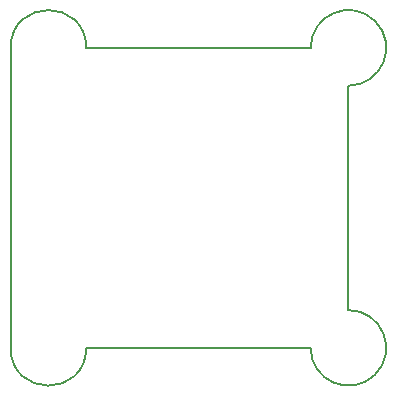
<source format=gbr>
G04 #@! TF.GenerationSoftware,KiCad,Pcbnew,(5.0.0)*
G04 #@! TF.CreationDate,2018-11-19T11:24:39+03:00*
G04 #@! TF.ProjectId,NeoP_1x3,4E656F505F3178332E6B696361645F70,rev?*
G04 #@! TF.SameCoordinates,Original*
G04 #@! TF.FileFunction,Profile,NP*
%FSLAX46Y46*%
G04 Gerber Fmt 4.6, Leading zero omitted, Abs format (unit mm)*
G04 Created by KiCad (PCBNEW (5.0.0)) date 11/19/18 11:24:39*
%MOMM*%
%LPD*%
G01*
G04 APERTURE LIST*
%ADD10C,0.150000*%
%ADD11C,0.200000*%
G04 APERTURE END LIST*
D10*
X103200000Y-100000000D02*
G75*
G02X96800000Y-100000000I-3200000J0D01*
G01*
D11*
X96800000Y-74625000D02*
X96800000Y-100000000D01*
D10*
X96800000Y-74600000D02*
G75*
G02X103200000Y-74600000I3200000J0D01*
G01*
X125400000Y-96800000D02*
G75*
G02X122200000Y-100000000I0J-3200000D01*
G01*
X122200000Y-74600000D02*
G75*
G02X125400000Y-77800000I3200000J0D01*
G01*
X122200000Y-100000000D02*
X103200000Y-100000000D01*
X125400000Y-77800000D02*
X125400000Y-96800000D01*
X103200000Y-74600000D02*
X122200000Y-74600000D01*
M02*

</source>
